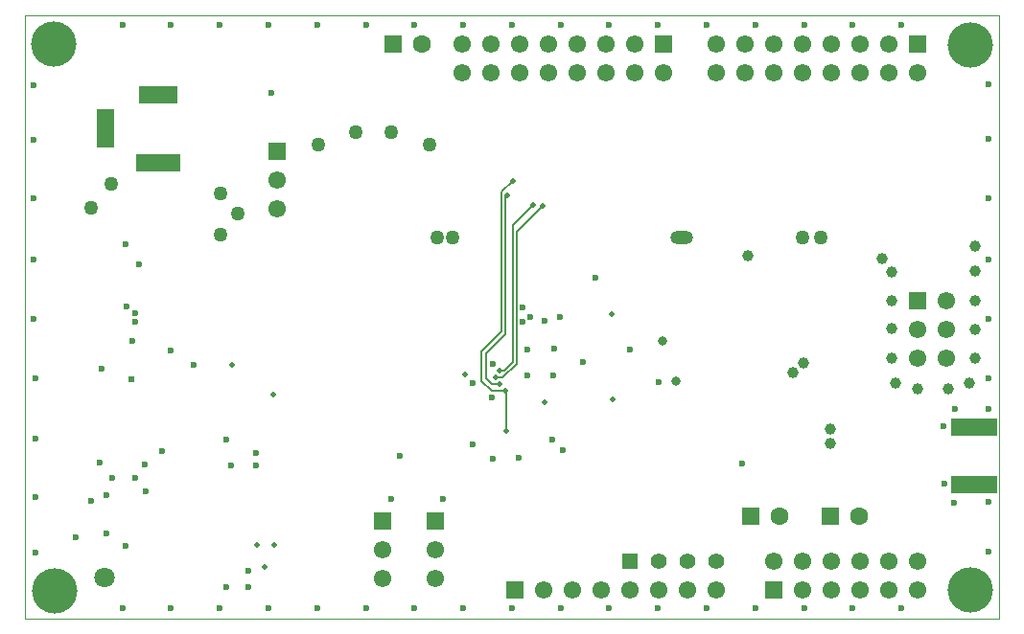
<source format=gbl>
G04 Layer_Physical_Order=4*
G04 Layer_Color=12500520*
%FSLAX43Y43*%
%MOMM*%
G71*
G01*
G75*
%ADD26R,4.064X1.524*%
%ADD35C,0.600*%
%ADD55C,0.127*%
%ADD64C,0.100*%
%ADD65C,1.800*%
%ADD66C,1.550*%
%ADD67R,1.550X1.550*%
%ADD68R,1.550X1.550*%
%ADD69C,1.600*%
%ADD70R,1.600X1.600*%
%ADD71O,2.000X1.200*%
%ADD72R,1.500X3.500*%
%ADD73R,3.500X1.500*%
%ADD74R,4.000X1.500*%
%ADD75C,1.400*%
%ADD76R,1.400X1.400*%
%ADD77C,1.270*%
%ADD78C,4.000*%
%ADD79C,0.500*%
%ADD80C,0.610*%
%ADD81C,1.000*%
%ADD82C,0.800*%
D26*
X125610Y118553D02*
D03*
Y113473D02*
D03*
D35*
X50766Y129213D02*
D03*
X62210Y116213D02*
D03*
Y115113D02*
D03*
X60010D02*
D03*
X59610Y117413D02*
D03*
X42610Y148713D02*
D03*
X126910Y107513D02*
D03*
Y111913D02*
D03*
Y120113D02*
D03*
Y122813D02*
D03*
Y128113D02*
D03*
Y133313D02*
D03*
Y138713D02*
D03*
Y148813D02*
D03*
Y144013D02*
D03*
X42610Y143913D02*
D03*
Y133313D02*
D03*
Y138713D02*
D03*
Y128113D02*
D03*
X42710Y122813D02*
D03*
Y117513D02*
D03*
Y107413D02*
D03*
Y112313D02*
D03*
X123860Y111863D02*
D03*
X123960Y120163D02*
D03*
X123010Y113513D02*
D03*
X122900Y118573D02*
D03*
X119210Y154073D02*
D03*
X114910D02*
D03*
X110610D02*
D03*
X106310D02*
D03*
X102010D02*
D03*
X97710D02*
D03*
X93410D02*
D03*
X89110D02*
D03*
X84810D02*
D03*
X80510D02*
D03*
X76210D02*
D03*
X71910D02*
D03*
X67610D02*
D03*
X63310D02*
D03*
X59010D02*
D03*
X54710D02*
D03*
X50410D02*
D03*
X59010Y102473D02*
D03*
X63310D02*
D03*
X67610D02*
D03*
X71910D02*
D03*
X76210D02*
D03*
X119210D02*
D03*
X114910D02*
D03*
X110610D02*
D03*
X106310D02*
D03*
X102010D02*
D03*
X97710D02*
D03*
X80510D02*
D03*
X84810D02*
D03*
X89110D02*
D03*
X93410D02*
D03*
X54710D02*
D03*
X74910Y115938D02*
D03*
X78760Y112163D02*
D03*
X74110Y112138D02*
D03*
X63535Y148088D02*
D03*
X51310Y126113D02*
D03*
X50410Y102473D02*
D03*
X87707Y127872D02*
D03*
X88485Y123071D02*
D03*
X86135Y123096D02*
D03*
X86183Y125408D02*
D03*
X88535Y125421D02*
D03*
X56691Y124044D02*
D03*
X51510Y127813D02*
D03*
Y128613D02*
D03*
X89010Y128246D02*
D03*
X91085Y124271D02*
D03*
X97810Y122496D02*
D03*
X83110Y124062D02*
D03*
X85710Y127813D02*
D03*
Y129113D02*
D03*
X92210Y131713D02*
D03*
X95210Y125413D02*
D03*
X86410Y128213D02*
D03*
X88410Y117413D02*
D03*
X89310Y116513D02*
D03*
X85410Y115813D02*
D03*
X83110Y115713D02*
D03*
X81310Y117013D02*
D03*
X83010Y121113D02*
D03*
X81310Y122413D02*
D03*
X105110Y115313D02*
D03*
X54710Y125313D02*
D03*
X50710Y134713D02*
D03*
X51910Y132913D02*
D03*
X50710Y108013D02*
D03*
X46310Y108813D02*
D03*
X49010Y112513D02*
D03*
X47610Y112013D02*
D03*
X49510Y114013D02*
D03*
X51510D02*
D03*
X48410Y115413D02*
D03*
X52410Y115213D02*
D03*
X52510Y112813D02*
D03*
X48610Y123713D02*
D03*
X61510Y104413D02*
D03*
Y105813D02*
D03*
X59610Y104413D02*
D03*
X53910Y116413D02*
D03*
X49010Y109113D02*
D03*
D55*
X83710Y123513D02*
X84110D01*
X84910Y124313D01*
Y136363D01*
X86710Y138163D01*
X83410Y122913D02*
X84010D01*
X85210Y124113D01*
Y135813D01*
X87510Y138113D01*
X83010Y122313D02*
X83710D01*
X82510Y122813D02*
X83010Y122313D01*
X82510Y122813D02*
Y125013D01*
X84210Y126713D01*
Y138913D01*
X83010Y121713D02*
X84210D01*
X82110Y122613D02*
X83010Y121713D01*
X82110Y122613D02*
Y125213D01*
X83910Y127013D01*
Y139313D01*
X84910Y140313D01*
X84210Y138913D02*
X84310Y139013D01*
X84410D01*
X84310Y118213D02*
Y121613D01*
X84210Y121713D02*
X84310Y121613D01*
D64*
X41810Y154913D02*
X127810D01*
Y101613D02*
Y154913D01*
X41810Y101613D02*
Y154913D01*
Y101613D02*
X127810D01*
D65*
X48810Y105213D02*
D03*
D66*
X78010Y105133D02*
D03*
Y107673D02*
D03*
X73410Y105133D02*
D03*
Y107673D02*
D03*
X64110Y137833D02*
D03*
Y140373D02*
D03*
X123150Y127173D02*
D03*
Y124633D02*
D03*
Y129713D02*
D03*
X120610Y124633D02*
D03*
Y127173D02*
D03*
X102830Y149873D02*
D03*
X105370D02*
D03*
X107910D02*
D03*
X110450D02*
D03*
X112990D02*
D03*
X115530D02*
D03*
X118070D02*
D03*
X102830Y152413D02*
D03*
X105370D02*
D03*
X107910D02*
D03*
X110450D02*
D03*
X112990D02*
D03*
X115530D02*
D03*
X118070D02*
D03*
X120610Y149873D02*
D03*
X80430D02*
D03*
X82970D02*
D03*
X85510D02*
D03*
X88050D02*
D03*
X90590D02*
D03*
X93130D02*
D03*
X95670D02*
D03*
X80430Y152413D02*
D03*
X82970D02*
D03*
X85510D02*
D03*
X88050D02*
D03*
X90590D02*
D03*
X93130D02*
D03*
X95670D02*
D03*
X98210Y149873D02*
D03*
X87590Y104153D02*
D03*
X90130D02*
D03*
X92670D02*
D03*
X95210D02*
D03*
X97750D02*
D03*
X100290D02*
D03*
X102830D02*
D03*
X120610Y106693D02*
D03*
X118070D02*
D03*
X115530D02*
D03*
X112990D02*
D03*
X110450D02*
D03*
X107910D02*
D03*
X120610Y104153D02*
D03*
X118070D02*
D03*
X115530D02*
D03*
X112990D02*
D03*
X110450D02*
D03*
D67*
X78010Y110213D02*
D03*
X73410D02*
D03*
X64110Y142913D02*
D03*
X120610Y129713D02*
D03*
D68*
Y152413D02*
D03*
X98210D02*
D03*
X85050Y104153D02*
D03*
X107910D02*
D03*
D69*
X76862Y152413D02*
D03*
X115450Y110613D02*
D03*
X108450D02*
D03*
D70*
X74322Y152413D02*
D03*
X112910Y110613D02*
D03*
X105910D02*
D03*
D71*
X99810Y135296D02*
D03*
D72*
X48910Y144913D02*
D03*
D73*
X53610Y147913D02*
D03*
D74*
Y141913D02*
D03*
D75*
X102830Y106693D02*
D03*
X97750D02*
D03*
X100290D02*
D03*
D76*
X95210D02*
D03*
D77*
X110510Y135313D02*
D03*
X112110D02*
D03*
X47610Y137913D02*
D03*
X49410Y140013D02*
D03*
X59110Y135513D02*
D03*
Y139213D02*
D03*
X60610Y137413D02*
D03*
X67710Y143513D02*
D03*
X77510D02*
D03*
X71010Y144613D02*
D03*
X74110D02*
D03*
X78210Y135313D02*
D03*
X79610D02*
D03*
D78*
X125310Y104113D02*
D03*
X44310Y152413D02*
D03*
X125310Y152313D02*
D03*
X44410Y104013D02*
D03*
D79*
X87660Y120705D02*
D03*
X63710Y121413D02*
D03*
X60110Y124013D02*
D03*
X93610Y128546D02*
D03*
X93704Y120989D02*
D03*
X83710Y123513D02*
D03*
X86710Y138163D02*
D03*
X83410Y122913D02*
D03*
X87510Y138113D02*
D03*
X80710Y123213D02*
D03*
X83710Y122313D02*
D03*
X84210Y121713D02*
D03*
X84910Y140313D02*
D03*
X84410Y139013D02*
D03*
X84310Y118213D02*
D03*
X63810Y108113D02*
D03*
X62310D02*
D03*
X63010Y106113D02*
D03*
D80*
X51185Y122738D02*
D03*
D81*
X105610Y133696D02*
D03*
X117510Y133396D02*
D03*
X118310Y129713D02*
D03*
Y127213D02*
D03*
Y124613D02*
D03*
X120610Y121913D02*
D03*
X123310D02*
D03*
X125710Y124613D02*
D03*
Y127113D02*
D03*
Y129713D02*
D03*
X125210Y122413D02*
D03*
X118710Y122413D02*
D03*
X118310Y132213D02*
D03*
X125710Y134513D02*
D03*
Y132313D02*
D03*
X109627Y123313D02*
D03*
X110527Y124213D02*
D03*
X112910Y118313D02*
D03*
Y117113D02*
D03*
D82*
X98110Y126131D02*
D03*
X99310Y122613D02*
D03*
M02*

</source>
